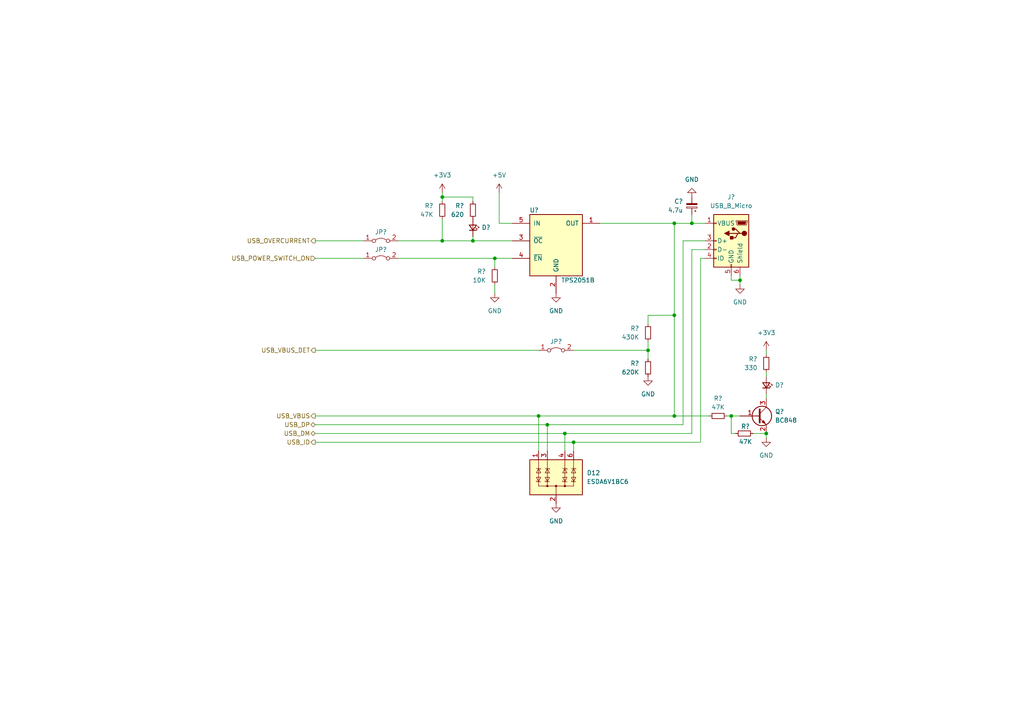
<source format=kicad_sch>
(kicad_sch (version 20230121) (generator eeschema)
  (paper "A4")
  (lib_symbols
    (symbol "Connector:USB_B_Micro" (pin_names (offset 1.016))
      (property "Reference" "J" (at -5.08 11.43 0))
      (property "Value" "USB_B_Micro" (at -5.08 8.89 0))
      (symbol "USB_B_Micro_0_1"
        (rectangle (start -5.08 -7.62) (end 5.08 7.62) (stroke (width 0.254)) (fill (type background)))
        (circle (center -3.81 2.159) (radius 0.635) (stroke (width 0.254)) (fill (type outline)))
        (circle (center -0.635 3.429) (radius 0.381) (stroke (width 0.254)) (fill (type outline)))
        (rectangle (start -0.127 -7.62) (end 0.127 -6.858))
        (polyline (pts (xy -1.905 2.159) (xy 0.635 2.159)) (stroke (width 0.254)))
        (polyline (pts (xy -3.175 2.159) (xy -2.54 2.159) (xy -1.27 3.429) (xy -0.635 3.429)) (stroke (width 0.254)))
        (polyline (pts (xy -2.54 2.159) (xy -1.905 2.159) (xy -1.27 0.889) (xy 0 0.889)) (stroke (width 0.254)))
        (polyline (pts (xy 0.635 2.794) (xy 0.635 1.524) (xy 1.905 2.159) (xy 0.635 2.794)) (stroke (width 0.254)) (fill (type outline)))
        (polyline (pts (xy -4.318 5.588) (xy -1.778 5.588) (xy -2.032 4.826) (xy -4.064 4.826) (xy -4.318 5.588)) (fill (type outline)))
        (polyline (pts (xy -4.699 5.842) (xy -4.699 5.588) (xy -4.445 4.826) (xy -4.445 4.572) (xy -1.651 4.572) (xy -1.651 4.826) (xy -1.397 5.588) (xy -1.397 5.842) (xy -4.699 5.842)))
        (rectangle (start 0.254 1.27) (end -0.508 0.508) (stroke (width 0.254)) (fill (type outline)))
        (rectangle (start 5.08 -5.207) (end 4.318 -4.953))
        (rectangle (start 5.08 -2.667) (end 4.318 -2.413))
        (rectangle (start 5.08 -0.127) (end 4.318 0.127))
        (rectangle (start 5.08 4.953) (end 4.318 5.207))
      )
      (symbol "USB_B_Micro_1_1"
        (pin power_out line (at 7.62 5.08 180) (length 2.54) (name "VBUS") (number "1"))
        (pin bidirectional line (at 7.62 -2.54 180) (length 2.54) (name "D-") (number "2"))
        (pin bidirectional line (at 7.62 0 180) (length 2.54) (name "D+") (number "3"))
        (pin passive line (at 7.62 -5.08 180) (length 2.54) (name "ID") (number "4"))
        (pin power_out line (at 0 -10.16 90) (length 2.54) (name "GND") (number "5"))
        (pin passive line (at -2.54 -10.16 90) (length 2.54) (name "Shield") (number "6"))
      )
    )
    (symbol "Device:C_Polarized_Small" (pin_numbers hide) (pin_names (offset 0.254) hide)
      (property "Reference" "C" (at 0.254 1.778 0))
      (property "Value" "C_Polarized_Small" (at 0.254 -2.032 0))
      (symbol "C_Polarized_Small_0_1"
        (rectangle (start -1.524 -0.3048) (end 1.524 -0.6858) (fill (type outline)))
        (rectangle (start -1.524 0.6858) (end 1.524 0.3048))
        (polyline (pts (xy -1.27 1.524) (xy -0.762 1.524)))
        (polyline (pts (xy -1.016 1.27) (xy -1.016 1.778)))
      )
      (symbol "C_Polarized_Small_1_1"
        (pin passive line (at 0 2.54 270) (length 1.8542) (name "~") (number "1"))
        (pin passive line (at 0 -2.54 90) (length 1.8542) (name "~") (number "2"))
      )
    )
    (symbol "Device:LED_Small" (pin_numbers hide) (pin_names (offset 0.254) hide)
      (property "Reference" "D" (at -1.27 3.175 0))
      (property "Value" "LED_Small" (at -4.445 -2.54 0))
      (symbol "LED_Small_0_1"
        (polyline (pts (xy -0.762 -1.016) (xy -0.762 1.016)) (stroke (width 0.254)))
        (polyline (pts (xy 1.016 0) (xy -0.762 0)))
        (polyline (pts (xy 0.762 -1.016) (xy -0.762 0) (xy 0.762 1.016) (xy 0.762 -1.016)) (stroke (width 0.254)))
        (polyline (pts (xy 0 0.762) (xy -0.508 1.27) (xy -0.254 1.27) (xy -0.508 1.27) (xy -0.508 1.016)))
        (polyline (pts (xy 0.508 1.27) (xy 0 1.778) (xy 0.254 1.778) (xy 0 1.778) (xy 0 1.524)))
      )
      (symbol "LED_Small_1_1"
        (pin passive line (at -2.54 0 0) (length 1.778) (name "K") (number "1"))
        (pin passive line (at 2.54 0 180) (length 1.778) (name "A") (number "2"))
      )
    )
    (symbol "Device:R_Small" (pin_numbers hide) (pin_names (offset 0.254) hide)
      (property "Reference" "R" (at 0.762 0.508 0))
      (property "Value" "R_Small" (at 0.762 -1.016 0))
      (symbol "R_Small_0_1"
        (rectangle (start -0.762 1.778) (end 0.762 -1.778) (stroke (width 0.2032)))
      )
      (symbol "R_Small_1_1"
        (pin passive line (at 0 2.54 270) (length 0.762) (name "~") (number "1"))
        (pin passive line (at 0 -2.54 90) (length 0.762) (name "~") (number "2"))
      )
    )
    (symbol "Jumper:Jumper_2_Bridged" (pin_names (offset 0) hide)
      (property "Reference" "JP" (at 0 1.905 0))
      (property "Value" "Jumper_2_Bridged" (at 0 -2.54 0))
      (symbol "Jumper_2_Bridged_0_0"
        (circle (center -2.032 0) (radius 0.508))
        (circle (center 2.032 0) (radius 0.508))
      )
      (symbol "Jumper_2_Bridged_0_1"
        (arc (start 1.524 0.254) (mid 0 0.762) (end -1.524 0.254))
      )
      (symbol "Jumper_2_Bridged_1_1"
        (pin passive line (at -5.08 0 0) (length 2.54) (name "A") (number "1"))
        (pin passive line (at 5.08 0 180) (length 2.54) (name "B") (number "2"))
      )
    )
    (symbol "Power_Protection:ESDA6V1BC6" (pin_names hide)
      (property "Reference" "D" (at -2.54 -6.35 0))
      (property "Value" "ESDA6V1BC6" (at 1.27 -6.35 0))
      (symbol "ESDA6V1BC6_0_0"
        (pin passive line (at 0 -7.62 90) (length 2.54) (name "COM") (number "2"))
      )
      (symbol "ESDA6V1BC6_0_1"
        (rectangle (start -7.62 5.08) (end 7.62 -5.08) (stroke (width 0.254)) (fill (type background)))
        (circle (center -2.54 -2.54) (radius 0.254) (fill (type outline)))
        (circle (center 0 -2.54) (radius 0.254) (fill (type outline)))
        (polyline (pts (xy -5.08 -2.54) (xy -5.08 -1.27)))
        (polyline (pts (xy -5.08 -2.54) (xy 5.08 -2.54)))
        (polyline (pts (xy -5.08 2.54) (xy -5.08 -1.27)))
        (polyline (pts (xy -5.08 5.08) (xy -5.08 2.54)))
        (polyline (pts (xy -2.54 -2.54) (xy -2.54 -1.27)))
        (polyline (pts (xy -2.54 2.54) (xy -2.54 -1.27)))
        (polyline (pts (xy -2.54 5.08) (xy -2.54 2.54)))
        (polyline (pts (xy 0 -2.54) (xy 0 -5.08)))
        (polyline (pts (xy 2.54 -2.54) (xy 2.54 -1.27)))
        (polyline (pts (xy 2.54 2.54) (xy 2.54 -1.27)))
        (polyline (pts (xy 2.54 5.08) (xy 2.54 2.54)))
        (polyline (pts (xy 5.08 -2.54) (xy 5.08 -1.27)))
        (polyline (pts (xy 5.08 2.54) (xy 5.08 -1.27)))
        (polyline (pts (xy 5.08 5.08) (xy 5.08 2.54)))
        (polyline (pts (xy -5.715 -1.016) (xy -5.715 -1.27) (xy -4.445 -1.27)))
        (polyline (pts (xy -5.715 2.54) (xy -4.445 2.54) (xy -4.445 2.286)))
        (polyline (pts (xy -3.175 -1.016) (xy -3.175 -1.27) (xy -1.905 -1.27)))
        (polyline (pts (xy -3.175 2.54) (xy -1.905 2.54) (xy -1.905 2.286)))
        (polyline (pts (xy 1.905 -1.016) (xy 1.905 -1.27) (xy 3.175 -1.27)))
        (polyline (pts (xy 1.905 2.54) (xy 3.175 2.54) (xy 3.175 2.286)))
        (polyline (pts (xy 4.445 -1.016) (xy 4.445 -1.27) (xy 5.715 -1.27)))
        (polyline (pts (xy 4.445 2.54) (xy 5.715 2.54) (xy 5.715 2.286)))
        (polyline (pts (xy -5.08 -1.27) (xy -5.715 0) (xy -4.445 0) (xy -5.08 -1.27)))
        (polyline (pts (xy -5.08 2.54) (xy -4.445 1.27) (xy -5.715 1.27) (xy -5.08 2.54)))
        (polyline (pts (xy -2.54 -1.27) (xy -3.175 0) (xy -1.905 0) (xy -2.54 -1.27)))
        (polyline (pts (xy -2.54 2.54) (xy -1.905 1.27) (xy -3.175 1.27) (xy -2.54 2.54)))
        (polyline (pts (xy 2.54 -1.27) (xy 1.905 0) (xy 3.175 0) (xy 2.54 -1.27)))
        (polyline (pts (xy 2.54 2.54) (xy 3.175 1.27) (xy 1.905 1.27) (xy 2.54 2.54)))
        (polyline (pts (xy 5.08 -1.27) (xy 4.445 0) (xy 5.715 0) (xy 5.08 -1.27)))
        (polyline (pts (xy 5.08 2.54) (xy 5.715 1.27) (xy 4.445 1.27) (xy 5.08 2.54)))
        (circle (center 2.54 -2.54) (radius 0.254) (fill (type outline)))
      )
      (symbol "ESDA6V1BC6_1_1"
        (pin passive line (at -5.08 7.62 270) (length 2.54) (name "TVS1") (number "1"))
        (pin passive line (at -2.54 7.62 270) (length 2.54) (name "TVS2") (number "3"))
        (pin passive line (at 2.54 7.62 270) (length 2.54) (name "TVS3") (number "4"))
        (pin passive line (at 0 -7.62 90) (length 2.54) hide (name "COM") (number "5"))
        (pin passive line (at 5.08 7.62 270) (length 2.54) (name "TVS4") (number "6"))
      )
    )
    (symbol "Transistor_BJT:BC848" (pin_names (offset 0) hide)
      (property "Reference" "Q" (at 5.08 1.905 0))
      (property "Value" "BC848" (at 5.08 0 0))
      (symbol "BC848_0_1"
        (polyline (pts (xy 0.635 0.635) (xy 2.54 2.54)))
        (polyline (pts (xy 0.635 -0.635) (xy 2.54 -2.54) (xy 2.54 -2.54)))
        (polyline (pts (xy 0.635 1.905) (xy 0.635 -1.905) (xy 0.635 -1.905)) (stroke (width 0.508)))
        (polyline (pts (xy 1.27 -1.778) (xy 1.778 -1.27) (xy 2.286 -2.286) (xy 1.27 -1.778) (xy 1.27 -1.778)) (fill (type outline)))
        (circle (center 1.27 0) (radius 2.8194) (stroke (width 0.254)))
      )
      (symbol "BC848_1_1"
        (pin input line (at -5.08 0 0) (length 5.715) (name "B") (number "1"))
        (pin passive line (at 2.54 -5.08 90) (length 2.54) (name "E") (number "2"))
        (pin passive line (at 2.54 5.08 270) (length 2.54) (name "C") (number "3"))
      )
    )
    (symbol "meshium_duo:+3V3_PER" (power) (pin_names (offset 0))
      (property "Value" "+3V3_PER" (at 0 3.556 0))
      (symbol "+3V3_PER_0_1"
        (polyline (pts (xy -0.762 1.27) (xy 0 2.54)))
        (polyline (pts (xy 0 0) (xy 0 2.54)))
        (polyline (pts (xy 0 2.54) (xy 0.762 1.27)))
      )
      (symbol "+3V3_PER_1_1"
        (pin power_in line (at 0 0 90) (length 0) hide (name "+3V3") (number "1"))
      )
    )
    (symbol "meshium_duo:TPS2051B" (pin_names (offset 1.016))
      (property "Reference" "U" (at 0 10.795 0))
      (property "Value" "TPS2051B" (at 0 8.89 0))
      (symbol "TPS2051B_0_1"
        (rectangle (start -7.62 7.62) (end 7.62 -10.16) (stroke (width 0.254)) (fill (type background)))
      )
      (symbol "TPS2051B_1_1"
        (pin power_out line (at 12.7 5.08 180) (length 5.08) (name "OUT") (number "1"))
        (pin power_in line (at 0 -15.24 90) (length 5.08) (name "GND") (number "2"))
        (pin open_collector line (at -12.7 0 0) (length 5.08) (name "~{OC}") (number "3"))
        (pin input line (at -12.7 -5.08 0) (length 5.08) (name "~{EN}") (number "4"))
        (pin power_in line (at -12.7 5.08 0) (length 5.08) (name "IN") (number "5"))
      )
    )
    (symbol "power:+5V" (power) (pin_names (offset 0))
      (property "Value" "+5V" (at 0 3.556 0))
      (symbol "+5V_0_1"
        (polyline (pts (xy -0.762 1.27) (xy 0 2.54)))
        (polyline (pts (xy 0 0) (xy 0 2.54)))
        (polyline (pts (xy 0 2.54) (xy 0.762 1.27)))
      )
      (symbol "+5V_1_1"
        (pin power_in line (at 0 0 90) (length 0) hide (name "+5V") (number "1"))
      )
    )
    (symbol "power:GND" (power) (pin_names (offset 0))
      (property "Value" "GND" (at 0 -3.81 0))
      (symbol "GND_0_1"
        (polyline (pts (xy 0 0) (xy 0 -1.27) (xy 1.27 -1.27) (xy 0 -2.54) (xy -1.27 -1.27) (xy 0 -1.27)))
      )
      (symbol "GND_1_1"
        (pin power_in line (at 0 0 270) (length 0) hide (name "GND") (number "1"))
      )
    )
  )
  (junction (at 158.75 123.19))
  (junction (at 187.96 101.6))
  (junction (at 195.58 91.44))
  (junction (at 200.66 64.77))
  (junction (at 128.27 69.85))
  (junction (at 166.37 128.27))
  (junction (at 163.83 125.73))
  (junction (at 128.27 57.15))
  (junction (at 222.25 125.73))
  (junction (at 156.21 120.65))
  (junction (at 137.16 69.85))
  (junction (at 143.51 74.93))
  (junction (at 195.58 64.77))
  (junction (at 212.09 120.65))
  (junction (at 214.63 81.28))
  (junction (at 195.58 120.65))
  (wire (pts (xy 214.63 81.28) (xy 212.09 81.28)))
  (wire (pts (xy 203.2 74.93) (xy 203.2 128.27)))
  (wire (pts (xy 222.25 107.95) (xy 222.25 109.22)))
  (wire (pts (xy 187.96 99.06) (xy 187.96 101.6)))
  (wire (pts (xy 91.44 125.73) (xy 163.83 125.73)))
  (wire (pts (xy 195.58 64.77) (xy 195.58 91.44)))
  (wire (pts (xy 187.96 91.44) (xy 195.58 91.44)))
  (wire (pts (xy 210.82 120.65) (xy 212.09 120.65)))
  (wire (pts (xy 204.47 72.39) (xy 200.66 72.39)))
  (wire (pts (xy 128.27 55.88) (xy 128.27 57.15)))
  (wire (pts (xy 222.25 125.73) (xy 222.25 127)))
  (wire (pts (xy 137.16 69.85) (xy 148.59 69.85)))
  (wire (pts (xy 143.51 82.55) (xy 143.51 85.09)))
  (wire (pts (xy 91.44 123.19) (xy 158.75 123.19)))
  (wire (pts (xy 212.09 120.65) (xy 214.63 120.65)))
  (wire (pts (xy 212.09 125.73) (xy 213.36 125.73)))
  (wire (pts (xy 91.44 74.93) (xy 105.41 74.93)))
  (wire (pts (xy 91.44 101.6) (xy 156.21 101.6)))
  (wire (pts (xy 218.44 125.73) (xy 222.25 125.73)))
  (wire (pts (xy 91.44 128.27) (xy 166.37 128.27)))
  (wire (pts (xy 204.47 69.85) (xy 198.12 69.85)))
  (wire (pts (xy 195.58 91.44) (xy 195.58 120.65)))
  (wire (pts (xy 198.12 69.85) (xy 198.12 123.19)))
  (wire (pts (xy 212.09 120.65) (xy 212.09 125.73)))
  (wire (pts (xy 158.75 123.19) (xy 158.75 130.81)))
  (wire (pts (xy 222.25 101.6) (xy 222.25 102.87)))
  (wire (pts (xy 158.75 123.19) (xy 198.12 123.19)))
  (wire (pts (xy 128.27 69.85) (xy 137.16 69.85)))
  (wire (pts (xy 144.78 55.88) (xy 144.78 64.77)))
  (wire (pts (xy 212.09 81.28) (xy 212.09 80.01)))
  (wire (pts (xy 156.21 120.65) (xy 156.21 130.81)))
  (wire (pts (xy 156.21 120.65) (xy 195.58 120.65)))
  (wire (pts (xy 214.63 80.01) (xy 214.63 81.28)))
  (wire (pts (xy 173.99 64.77) (xy 195.58 64.77)))
  (wire (pts (xy 166.37 128.27) (xy 203.2 128.27)))
  (wire (pts (xy 143.51 74.93) (xy 143.51 77.47)))
  (wire (pts (xy 137.16 68.58) (xy 137.16 69.85)))
  (wire (pts (xy 187.96 93.98) (xy 187.96 91.44)))
  (wire (pts (xy 214.63 81.28) (xy 214.63 82.55)))
  (wire (pts (xy 200.66 62.23) (xy 200.66 64.77)))
  (wire (pts (xy 115.57 74.93) (xy 143.51 74.93)))
  (wire (pts (xy 204.47 74.93) (xy 203.2 74.93)))
  (wire (pts (xy 115.57 69.85) (xy 128.27 69.85)))
  (wire (pts (xy 148.59 64.77) (xy 144.78 64.77)))
  (wire (pts (xy 163.83 125.73) (xy 163.83 130.81)))
  (wire (pts (xy 187.96 101.6) (xy 187.96 104.14)))
  (wire (pts (xy 195.58 64.77) (xy 200.66 64.77)))
  (wire (pts (xy 163.83 125.73) (xy 200.66 125.73)))
  (wire (pts (xy 143.51 74.93) (xy 148.59 74.93)))
  (wire (pts (xy 137.16 58.42) (xy 137.16 57.15)))
  (wire (pts (xy 91.44 120.65) (xy 156.21 120.65)))
  (wire (pts (xy 200.66 64.77) (xy 204.47 64.77)))
  (wire (pts (xy 200.66 72.39) (xy 200.66 125.73)))
  (wire (pts (xy 137.16 57.15) (xy 128.27 57.15)))
  (wire (pts (xy 166.37 101.6) (xy 187.96 101.6)))
  (wire (pts (xy 128.27 63.5) (xy 128.27 69.85)))
  (wire (pts (xy 91.44 69.85) (xy 105.41 69.85)))
  (wire (pts (xy 166.37 128.27) (xy 166.37 130.81)))
  (wire (pts (xy 195.58 120.65) (xy 205.74 120.65)))
  (wire (pts (xy 222.25 114.3) (xy 222.25 115.57)))
  (wire (pts (xy 128.27 57.15) (xy 128.27 58.42)))
  (hierarchical_label "USB_VBUS_DET" (shape output) (at 91.44 101.6 180))
  (hierarchical_label "USB_POWER_SWITCH_ON" (shape input) (at 91.44 74.93 180))
  (hierarchical_label "USB_ID" (shape output) (at 91.44 128.27 180))
  (hierarchical_label "USB_DM" (shape bidirectional) (at 91.44 125.73 180))
  (hierarchical_label "USB_DP" (shape bidirectional) (at 91.44 123.19 180))
  (hierarchical_label "USB_VBUS" (shape output) (at 91.44 120.65 180))
  (hierarchical_label "USB_OVERCURRENT" (shape output) (at 91.44 69.85 180))
  (symbol (lib_id "Device:LED_Small") (at 222.25 111.76 270) (mirror x) (unit 1)
    (property "Reference" "D?" (at 224.79 111.6965 90) (effects (justify left)))
    (property "Value" "LED_Small" (effects hide))
    (property "Footprint" "LED_SMD:LED_0603_1608Metric" (effects hide))
    (instances (project "meshium_duo" (path "" (reference "D?") (unit 1)) (path "" (reference "D13") (unit 1))))
  )
  (symbol (lib_id "Device:R_Small") (at 222.25 105.41 0) (mirror y) (unit 1)
    (property "Reference" "R?" (at 219.71 104.14 0) (effects (justify left)))
    (property "Value" "330" (at 219.71 106.68 0) (effects (justify left)))
    (property "Footprint" "Resistor_SMD:R_0603_1608Metric" (effects hide))
    (instances (project "meshium_duo" (path "" (reference "R?") (unit 1)) (path "" (reference "R54") (unit 1))))
  )
  (symbol (lib_id "power:GND") (at 143.51 85.09 0) (mirror y) (unit 1)
    (property "Reference" "#PWR?" (effects hide))
    (property "Value" "GND" (at 143.51 90.17 0))
    (instances (project "meshium_duo" (path "" (reference "#PWR?") (unit 1)) (path "" (reference "#PWR0114") (unit 1))))
  )
  (symbol (lib_id "power:GND") (at 161.29 85.09 0) (unit 1)
    (property "Reference" "#PWR?" (effects hide))
    (property "Value" "GND" (at 161.29 90.17 0))
    (instances (project "meshium_duo" (path "" (reference "#PWR?") (unit 1)) (path "" (reference "#PWR0116") (unit 1))))
  )
  (symbol (lib_id "Device:R_Small") (at 137.16 60.96 0) (mirror y) (unit 1)
    (property "Reference" "R?" (at 134.62 59.69 0) (effects (justify left)))
    (property "Value" "620" (at 134.62 62.23 0) (effects (justify left)))
    (property "Footprint" "Resistor_SMD:R_0603_1608Metric" (effects hide))
    (instances (project "meshium_duo" (path "" (reference "R?") (unit 1)) (path "" (reference "R48") (unit 1))))
  )
  (symbol (lib_id "meshium_duo:+3V3_PER") (at 128.27 55.88 0) (unit 1)
    (property "Reference" "#PWR?" (effects hide))
    (property "Value" "+3V3_PER" (at 128.27 50.8 0))
    (instances (project "meshium_duo" (path "" (reference "#PWR?") (unit 1)) (path "" (reference "#PWR0113") (unit 1))))
  )
  (symbol (lib_id "Device:R_Small") (at 215.9 125.73 90) (mirror x) (unit 1)
    (property "Reference" "R?" (at 216.2252 123.6904 90))
    (property "Value" "47K" (at 216.2252 128.1354 90))
    (property "Footprint" "Resistor_SMD:R_0603_1608Metric" (effects hide))
    (instances (project "meshium_duo" (path "" (reference "R?") (unit 1)) (path "" (reference "R53") (unit 1))))
  )
  (symbol (lib_id "Connector:USB_B_Micro") (at 212.09 69.85 0) (mirror y) (unit 1)
    (property "Reference" "J?" (at 212.09 57.15 0))
    (property "Value" "USB_B_Micro" (at 212.09 59.69 0))
    (property "Footprint" "Footpint:USB_Micro-B_CUZD188-CB1Z" (effects hide))
    (instances (project "meshium_duo" (path "" (reference "J?") (unit 1)) (path "" (reference "J11") (unit 1))))
  )
  (symbol (lib_id "Device:R_Small") (at 208.28 120.65 90) (mirror x) (unit 1)
    (property "Reference" "R?" (at 208.28 115.57 90))
    (property "Value" "47K" (at 208.28 118.11 90))
    (property "Footprint" "Resistor_SMD:R_0603_1608Metric" (effects hide))
    (instances (project "meshium_duo" (path "" (reference "R?") (unit 1)) (path "" (reference "R52") (unit 1))))
  )
  (symbol (lib_id "Jumper:Jumper_2_Bridged") (at 110.49 69.85 0) (unit 1)
    (property "Reference" "JP?" (at 110.49 67.31 0))
    (property "Value" "Jumper_2_Bridged" (effects hide))
    (property "Footprint" "Jumper:SolderJumper-2_P1.3mm_Open_TrianglePad1.0x1.5mm" (effects hide))
    (instances (project "meshium_duo" (path "" (reference "JP?") (unit 1)) (path "" (reference "JP?") (unit 1)) (path "" (reference "JP38") (unit 1))))
  )
  (symbol (lib_id "Jumper:Jumper_2_Bridged") (at 110.49 74.93 0) (unit 1)
    (property "Reference" "JP?" (at 110.49 72.39 0))
    (property "Value" "Jumper_2_Bridged" (effects hide))
    (property "Footprint" "Jumper:SolderJumper-2_P1.3mm_Open_TrianglePad1.0x1.5mm" (effects hide))
    (instances (project "meshium_duo" (path "" (reference "JP?") (unit 1)) (path "" (reference "JP?") (unit 1)) (path "" (reference "JP39") (unit 1))))
  )
  (symbol (lib_id "Device:R_Small") (at 187.96 106.68 0) (mirror y) (unit 1)
    (property "Reference" "R?" (at 185.42 105.41 0) (effects (justify left)))
    (property "Value" "620K" (at 185.42 107.95 0) (effects (justify left)))
    (property "Footprint" "Resistor_SMD:R_0603_1608Metric" (effects hide))
    (instances (project "meshium_duo" (path "" (reference "R?") (unit 1)) (path "" (reference "R51") (unit 1))))
  )
  (symbol (lib_id "power:GND") (at 214.63 82.55 0) (mirror y) (unit 1)
    (property "Reference" "#PWR?" (effects hide))
    (property "Value" "GND" (at 214.63 87.63 0))
    (instances (project "meshium_duo" (path "" (reference "#PWR?") (unit 1)) (path "" (reference "#PWR0120") (unit 1))))
  )
  (symbol (lib_id "Device:C_Polarized_Small") (at 200.66 59.69 180) (unit 1)
    (property "Reference" "C?" (at 198.12 58.42 0) (effects (justify left)))
    (property "Value" "4.7u" (at 198.12 60.96 0) (effects (justify left)))
    (property "Footprint" "Capacitor_Tantalum_SMD:CP_EIA-6032-28_Kemet-C" (effects hide))
    (instances (project "meshium_duo" (path "" (reference "C?") (unit 1)) (path "" (reference "C60") (unit 1))))
  )
  (symbol (lib_id "power:GND") (at 200.66 57.15 180) (unit 1)
    (property "Reference" "#PWR?" (effects hide))
    (property "Value" "GND" (at 200.66 52.07 0))
    (instances (project "meshium_duo" (path "" (reference "#PWR?") (unit 1)) (path "" (reference "#PWR0119") (unit 1))))
  )
  (symbol (lib_id "Device:LED_Small") (at 137.16 66.04 270) (mirror x) (unit 1)
    (property "Reference" "D?" (at 139.7 65.9765 90) (effects (justify left)))
    (property "Value" "LED_Small" (effects hide))
    (property "Footprint" "LED_SMD:LED_0603_1608Metric" (effects hide))
    (instances (project "meshium_duo" (path "" (reference "D?") (unit 1)) (path "" (reference "D11") (unit 1))))
  )
  (symbol (lib_id "power:GND") (at 187.96 109.22 0) (unit 1)
    (property "Reference" "#PWR?" (effects hide))
    (property "Value" "GND" (at 187.96 114.3 0))
    (instances (project "meshium_duo" (path "" (reference "#PWR?") (unit 1)) (path "" (reference "#PWR0118") (unit 1))))
  )
  (symbol (lib_id "Transistor_BJT:BC848") (at 219.71 120.65 0) (unit 1)
    (property "Reference" "Q?" (at 224.79 119.38 0) (effects (justify left)))
    (property "Value" "BC848" (at 224.79 121.92 0) (effects (justify left)))
    (property "Footprint" "Package_TO_SOT_SMD:SOT-23" (effects hide))
    (property "Datasheet" "http://www.infineon.com/dgdl/Infineon-BC847SERIES_BC848SERIES_BC849SERIES_BC850SERIES-DS-v01_01-en.pdf?fileId=db3a304314dca389011541d4630a1657" (effects hide))
    (instances (project "meshium_duo" (path "" (reference "Q?") (unit 1)) (path "" (reference "Q2") (unit 1))))
  )
  (symbol (lib_id "Jumper:Jumper_2_Bridged") (at 161.29 101.6 0) (unit 1)
    (property "Reference" "JP?" (at 161.29 99.06 0))
    (property "Value" "Jumper_2_Bridged" (effects hide))
    (property "Footprint" "Jumper:SolderJumper-2_P1.3mm_Open_TrianglePad1.0x1.5mm" (effects hide))
    (instances (project "meshium_duo" (path "" (reference "JP?") (unit 1)) (path "" (reference "JP?") (unit 1)) (path "" (reference "JP40") (unit 1))))
  )
  (symbol (lib_id "meshium_duo:+3V3_PER") (at 222.25 101.6 0) (unit 1)
    (property "Reference" "#PWR?" (effects hide))
    (property "Value" "+3V3_PER" (at 222.25 96.52 0))
    (instances (project "meshium_duo" (path "" (reference "#PWR?") (unit 1)) (path "" (reference "#PWR0121") (unit 1))))
  )
  (symbol (lib_id "Device:R_Small") (at 143.51 80.01 0) (mirror y) (unit 1)
    (property "Reference" "R?" (at 140.97 78.74 0) (effects (justify left)))
    (property "Value" "10K" (at 140.97 81.28 0) (effects (justify left)))
    (property "Footprint" "Resistor_SMD:R_0603_1608Metric" (effects hide))
    (instances (project "meshium_duo" (path "" (reference "R?") (unit 1)) (path "" (reference "R49") (unit 1))))
  )
  (symbol (lib_id "Power_Protection:ESDA6V1BC6") (at 161.29 138.43 0) (unit 1)
    (property "Reference" "D12" (at 170.18 137.16 0) (effects (justify left)))
    (property "Value" "ESDA6V1BC6" (at 170.18 139.7 0) (effects (justify left)))
    (property "Footprint" "Package_TO_SOT_SMD:SOT-23-6" (effects hide))
    (property "Datasheet" "http://www.st.com/content/ccc/resource/technical/document/datasheet/21/07/21/e3/a8/df/42/a2/CD00001906.pdf/files/CD00001906.pdf/jcr:content/translations/en.CD00001906.pdf" (effects hide))
  )
  (symbol (lib_id "meshium_duo:TPS2051B") (at 161.29 69.85 0) (unit 1)
    (property "Reference" "U?" (at 154.94 60.96 0))
    (property "Value" "TPS2051B" (at 167.64 81.28 0))
    (property "Footprint" "Package_TO_SOT_SMD:SOT-23-5" (effects hide))
    (property "Datasheet" "http://www.ti.com/lit/ds/symlink/tps2051.pdf" (effects hide))
    (instances (project "meshium_duo" (path "" (reference "U?") (unit 1)) (path "" (reference "U13") (unit 1))))
  )
  (symbol (lib_id "power:GND") (at 222.25 127 0) (unit 1)
    (property "Reference" "#PWR?" (effects hide))
    (property "Value" "GND" (at 222.25 132.08 0))
    (instances (project "meshium_duo" (path "" (reference "#PWR?") (unit 1)) (path "" (reference "#PWR0122") (unit 1))))
  )
  (symbol (lib_id "power:GND") (at 161.29 146.05 0) (unit 1)
    (property "Reference" "#PWR?" (effects hide))
    (property "Value" "GND" (at 161.29 151.13 0))
    (instances (project "meshium_duo" (path "" (reference "#PWR?") (unit 1)) (path "" (reference "#PWR0117") (unit 1))))
  )
  (symbol (lib_id "power:+5V") (at 144.78 55.88 0) (unit 1)
    (property "Reference" "#PWR?" (effects hide))
    (property "Value" "+5V" (at 144.78 50.8 0))
    (instances (project "meshium_duo" (path "" (reference "#PWR?") (unit 1)) (path "" (reference "#PWR0115") (unit 1))))
  )
  (symbol (lib_id "Device:R_Small") (at 187.96 96.52 0) (mirror y) (unit 1)
    (property "Reference" "R?" (at 185.42 95.25 0) (effects (justify left)))
    (property "Value" "430K" (at 185.42 97.79 0) (effects (justify left)))
    (property "Footprint" "Resistor_SMD:R_0603_1608Metric" (effects hide))
    (instances (project "meshium_duo" (path "" (reference "R?") (unit 1)) (path "" (reference "R50") (unit 1))))
  )
  (symbol (lib_id "Device:R_Small") (at 128.27 60.96 0) (mirror y) (unit 1)
    (property "Reference" "R?" (at 125.73 59.69 0) (effects (justify left)))
    (property "Value" "47K" (at 125.73 62.23 0) (effects (justify left)))
    (property "Footprint" "Resistor_SMD:R_0603_1608Metric" (effects hide))
    (instances (project "meshium_duo" (path "" (reference "R?") (unit 1)) (path "" (reference "R47") (unit 1))))
  )
)
</source>
